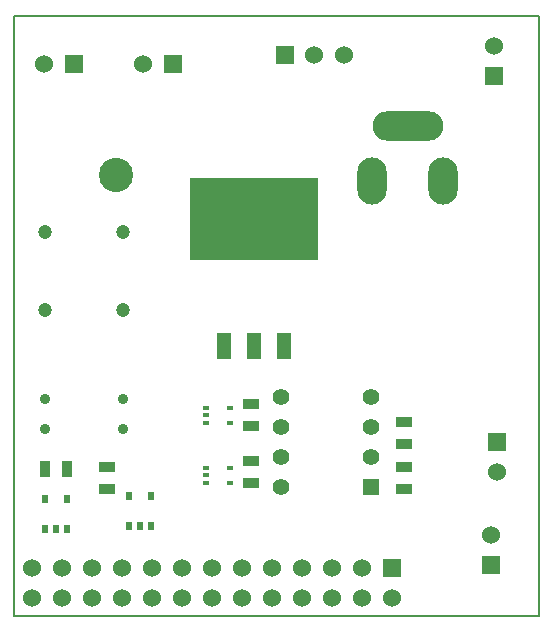
<source format=gts>
G04 (created by PCBNEW (2013-mar-13)-testing) date Wed 12 Jun 2013 08:10:13 PM EDT*
%MOIN*%
G04 Gerber Fmt 3.4, Leading zero omitted, Abs format*
%FSLAX34Y34*%
G01*
G70*
G90*
G04 APERTURE LIST*
%ADD10C,0.006000*%
%ADD11C,0.005906*%
%ADD12R,0.060000X0.060000*%
%ADD13C,0.060000*%
%ADD14C,0.114173*%
%ADD15R,0.045000X0.090000*%
%ADD16R,0.425200X0.275500*%
%ADD17R,0.020000X0.030000*%
%ADD18R,0.055000X0.035000*%
%ADD19C,0.047244*%
%ADD20C,0.035433*%
%ADD21R,0.055000X0.055000*%
%ADD22C,0.055000*%
%ADD23R,0.020000X0.012000*%
%ADD24O,0.236200X0.098400*%
%ADD25O,0.098400X0.157500*%
%ADD26R,0.035000X0.055000*%
G04 APERTURE END LIST*
G54D10*
G54D11*
X40000Y-20000D02*
X40000Y-40000D01*
X57500Y-20000D02*
X40000Y-20000D01*
X57500Y-40000D02*
X57500Y-20000D01*
X40000Y-40000D02*
X57500Y-40000D01*
G54D12*
X49016Y-21300D03*
G54D13*
X50000Y-21300D03*
X50984Y-21300D03*
G54D12*
X56100Y-34200D03*
G54D13*
X56100Y-35200D03*
G54D14*
X43400Y-25300D03*
G54D12*
X52600Y-38400D03*
G54D13*
X52600Y-39400D03*
X51600Y-38400D03*
X51600Y-39400D03*
X50600Y-38400D03*
X50600Y-39400D03*
X49600Y-38400D03*
X49600Y-39400D03*
X48600Y-38400D03*
X48600Y-39400D03*
X47600Y-38400D03*
X47600Y-39400D03*
X46600Y-38400D03*
X46600Y-39400D03*
X45600Y-38400D03*
X45600Y-39400D03*
X44600Y-38400D03*
X44600Y-39400D03*
X43600Y-38400D03*
X43600Y-39400D03*
X42600Y-38400D03*
X42600Y-39400D03*
X41600Y-38400D03*
X41600Y-39400D03*
X40600Y-38400D03*
X40600Y-39400D03*
G54D15*
X47000Y-31000D03*
G54D16*
X48000Y-26750D03*
G54D15*
X49000Y-31000D03*
X48000Y-31000D03*
G54D17*
X41025Y-37100D03*
X41775Y-37100D03*
X41025Y-36100D03*
X41400Y-37100D03*
X41775Y-36100D03*
X43825Y-37000D03*
X44575Y-37000D03*
X43825Y-36000D03*
X44200Y-37000D03*
X44575Y-36000D03*
G54D18*
X47900Y-33675D03*
X47900Y-32925D03*
X47900Y-34825D03*
X47900Y-35575D03*
X53000Y-35025D03*
X53000Y-35775D03*
X53000Y-34275D03*
X53000Y-33525D03*
G54D19*
X43629Y-27182D03*
X43629Y-29788D03*
G54D20*
X43629Y-33781D03*
X43629Y-32781D03*
G54D19*
X41029Y-27182D03*
X41029Y-29788D03*
G54D20*
X41029Y-33781D03*
X41029Y-32781D03*
G54D21*
X51900Y-35700D03*
G54D22*
X51900Y-34700D03*
X51900Y-33700D03*
X51900Y-32700D03*
X48900Y-32700D03*
X48900Y-33700D03*
X48900Y-34700D03*
X48900Y-35700D03*
G54D23*
X46400Y-33050D03*
X46400Y-33550D03*
X47200Y-33050D03*
X46400Y-33300D03*
X47200Y-33550D03*
X46400Y-35050D03*
X46400Y-35550D03*
X47200Y-35050D03*
X46400Y-35300D03*
X47200Y-35550D03*
G54D12*
X45300Y-21600D03*
G54D13*
X44300Y-21600D03*
G54D12*
X55900Y-38300D03*
G54D13*
X55900Y-37300D03*
G54D12*
X42000Y-21600D03*
G54D13*
X41000Y-21600D03*
G54D12*
X56000Y-22000D03*
G54D13*
X56000Y-21000D03*
G54D24*
X53122Y-23650D03*
G54D25*
X54303Y-25500D03*
X51941Y-25500D03*
G54D18*
X43100Y-35775D03*
X43100Y-35025D03*
G54D26*
X41025Y-35100D03*
X41775Y-35100D03*
M02*

</source>
